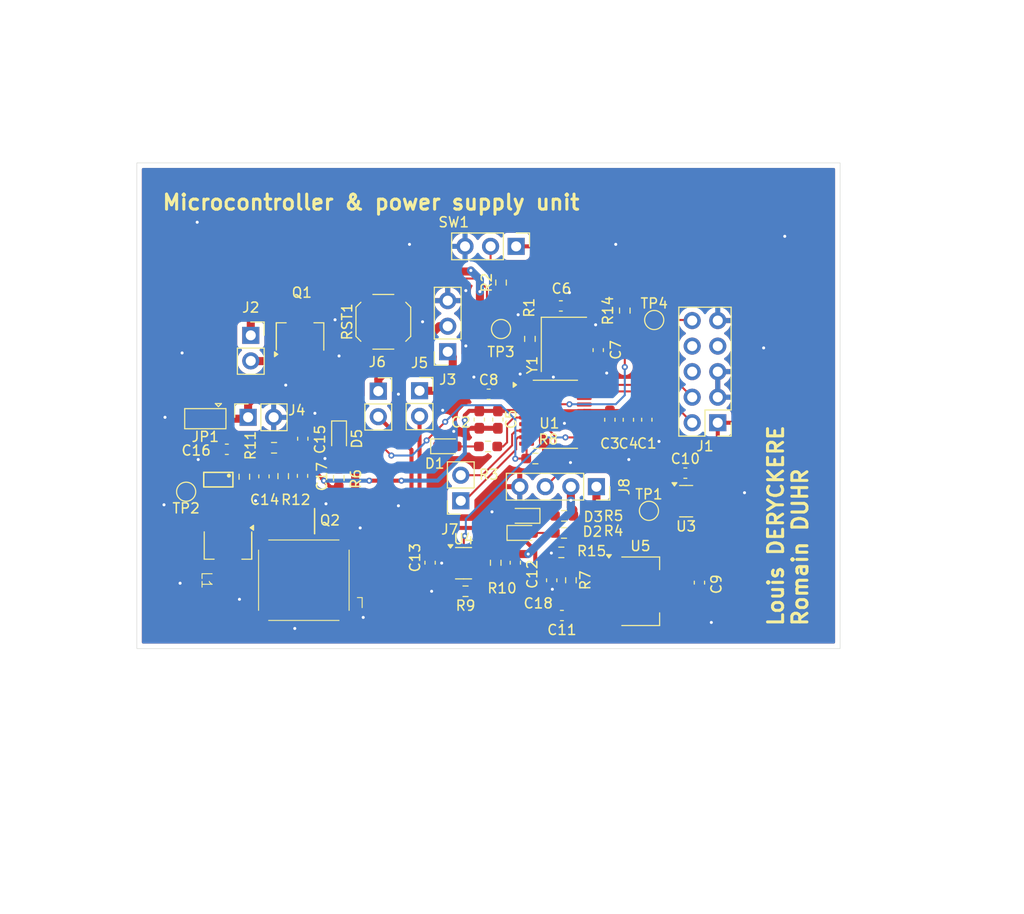
<source format=kicad_pcb>
(kicad_pcb (version 20221018) (generator pcbnew)
  (layers (0 "F.Cu" signal) (31 "B.Cu" signal) (34 "B.Paste" user) (35 "F.Paste" user) (36 "B.SilkS" user "B.Silkscreen") (37 "F.SilkS" user "F.Silkscreen") (38 "B.Mask" user) (39 "F.Mask" user) (44 "Edge.Cuts" user))
  (net 0 "")
  (net 1 "+3.3V")
  (net 2 "GND")
  (net 3 "Net-(C6-Pad1)")
  (net 4 "Net-(U1-PF1)")
  (net 5 "RST")
  (net 6 "+8V")
  (net 7 "Ap15")
  (net 8 "-8V")
  (net 9 "Ap-15")
  (net 10 "Net-(D4-K)")
  (net 11 "Net-(XC9103-FB)")
  (net 12 "+1V8")
  (net 13 "Net-(U5-ADJ)")
  (net 14 "Net-(D1-A)")
  (net 15 "Net-(D2-A)")
  (net 16 "Net-(D3-K)")
  (net 17 "Net-(D4-A)")
  (net 18 "Net-(D5-A)")
  (net 19 "SWDIO{slash}TMS")
  (net 20 "SWCLK{slash}TCLK")
  (net 24 "+15V")
  (net 25 "Net-(J2-Pin_2)")
  (net 26 "-15V")
  (net 27 "RX")
  (net 28 "TX")
  (net 29 "DEMOD")
  (net 30 "Net-(JP1-C)")
  (net 31 "Net-(Q1-G)")
  (net 32 "Net-(Q2-G)")
  (net 33 "Net-(U1-PF0)")
  (net 34 "/BOOT")
  (net 35 "Net-(SW1A-B)")
  (net 36 "LED")
  (net 37 "Net-(U4-BP)")
  (net 38 "TEMP")
  (net 39 "CE-8")
  (footprint "Resistor_SMD:R_0603_1608Metric_Pad0.98x0.95mm_HandSolder" (layer "F.Cu") (at 89.472 84.838022 90)
    (fp_text reference "R6")
    (fp_text value "1k")
  )
  (footprint "Capacitor_SMD:C_0603_1608Metric_Pad1.08x0.95mm_HandSolder" (layer "F.Cu") (at 116.416884 79.041688 -90)
    (fp_text reference "C3")
    (fp_text value "100nF")
  )
  (footprint "Resistor_SMD:R_0603_1608Metric_Pad0.98x0.95mm_HandSolder" (layer "F.Cu") (at 111.591965 92.232905)
    (fp_text reference "R15")
    (fp_text value "1.1k")
  )
  (footprint "Resistor_SMD:R_0603_1608Metric_Pad0.98x0.95mm_HandSolder" (layer "F.Cu") (at 111.8675 88.6 180)
    (fp_text reference "R5")
    (fp_text value "2.4k")
  )
  (footprint "footprints:8.1_mm_x_7.3_mm_x_5.3_mm_Inductance" (layer "F.Cu") (at 86.5 95 -90)
    (fp_text reference "L1")
    (fp_text value "10uH")
  )
  (footprint "Diode_SMD:D_0603_1608Metric_Pad1.05x0.95mm_HandSolder" (layer "F.Cu") (at 107.805 88.6 180)
    (fp_text reference "D3")
    (fp_text value "LED")
  )
  (footprint "Package_TO_SOT_SMD:SOT-23-5" (layer "F.Cu") (at 101.873168 93.31)
    (fp_text reference "U4")
    (fp_text value "MIC5271")
  )
  (footprint "Capacitor_SMD:C_0603_1608Metric_Pad1.08x0.95mm_HandSolder" (layer "F.Cu") (at 82.035317 84.673019 90)
    (fp_text reference "C14")
    (fp_text value "47pF")
  )
  (footprint "Connector_PinSocket_2.54mm:PinSocket_1x03_P2.54mm_Vertical" (layer "F.Cu") (at 100.3 72.28 180)
    (fp_text reference "J3")
    (fp_text value "Conn_15_-15")
  )
  (footprint "Crystal:Crystal_SMD_3225-4Pin_3.2x2.5mm_HandSoldering" (layer "F.Cu") (at 111.85 71.55 -90)
    (fp_text reference "Y1")
    (fp_text value "Crystal")
  )
  (footprint "Package_TO_SOT_SMD:SOT-223-3_TabPin2" (layer "F.Cu") (at 119.45 96.1)
    (fp_text reference "U5")
    (fp_text value "LM1117")
  )
  (footprint "Connector_PinHeader_2.54mm:PinHeader_1x03_P2.54mm_Vertical" (layer "F.Cu") (at 107.1 61.8 -90)
    (fp_text reference "SW1")
    (fp_text value "SW_DPDT_x2")
  )
  (footprint "Jumper:SolderJumper-3_P1.3mm_Bridged12_Pad1.0x1.5mm" (layer "F.Cu") (at 76.207735 78.937507 180)
    (fp_text reference "JP1")
    (fp_text value "SolderJumper")
  )
  (footprint "Resistor_SMD:R_0603_1608Metric_Pad0.98x0.95mm_HandSolder" (layer "F.Cu") (at 102.070668 96.1 180)
    (fp_text reference "R9")
    (fp_text value "1k")
  )
  (footprint "Resistor_SMD:R_0603_1608Metric_Pad0.98x0.95mm_HandSolder" (layer "F.Cu") (at 105.6 65.4 90)
    (fp_text reference "R2")
    (fp_text value "10k")
  )
  (footprint "Resistor_SMD:R_0603_1608Metric_Pad0.98x0.95mm_HandSolder" (layer "F.Cu") (at 83.949999 84.650006 -90)
    (fp_text reference "R12")
    (fp_text value "0.1")
  )
  (footprint "Capacitor_SMD:C_0603_1608Metric_Pad1.08x0.95mm_HandSolder" (layer "F.Cu") (at 123.918815 84.352189)
    (fp_text reference "C10")
    (fp_text value "100nF")
  )
  (footprint "Diode_SMD:D_0603_1608Metric_Pad1.05x0.95mm_HandSolder" (layer "F.Cu") (at 89.5 80.825 -90)
    (fp_text reference "D5")
    (fp_text value "LED")
  )
  (footprint "Capacitor_SMD:C_0603_1608Metric_Pad1.08x0.95mm_HandSolder" (layer "F.Cu") (at 103.440679 79.024318 -90)
    (fp_text reference "C2")
    (fp_text value "1uF")
  )
  (footprint "Capacitor_SMD:C_0603_1608Metric_Pad1.08x0.95mm_HandSolder" (layer "F.Cu") (at 120.088326 79.039152 -90)
    (fp_text reference "C1")
    (fp_text value "100nF")
  )
  (footprint "Resistor_SMD:R_0603_1608Metric_Pad0.98x0.95mm_HandSolder" (layer "F.Cu") (at 109.0125 82.9)
    (fp_text reference "R8")
    (fp_text value "10k")
  )
  (footprint "Capacitor_SMD:C_0603_1608Metric_Pad1.08x0.95mm_HandSolder" (layer "F.Cu") (at 105.285394 79.027792 -90)
    (fp_text reference "C5")
    (fp_text value "10nF")
  )
  (footprint "Resistor_SMD:R_0603_1608Metric_Pad0.98x0.95mm_HandSolder" (layer "F.Cu") (at 80.084822 84.710717 -90)
    (fp_text reference "R11")
    (fp_text value "47k")
  )
  (footprint "Capacitor_SMD:C_0603_1608Metric_Pad1.08x0.95mm_HandSolder" (layer "F.Cu") (at 85.86905 84.624405 -90)
    (fp_text reference "C17")
    (fp_text value "10uF")
  )
  (footprint "Capacitor_SMD:C_0603_1608Metric_Pad1.08x0.95mm_HandSolder" (layer "F.Cu") (at 107.020039 93.260478 -90)
    (fp_text reference "C12")
    (fp_text value "10uF")
  )
  (footprint "Capacitor_SMD:C_0603_1608Metric_Pad1.08x0.95mm_HandSolder" (layer "F.Cu") (at 125.319312 95.240477 90)
    (fp_text reference "C9")
    (fp_text value "10uF")
  )
  (footprint "footprints:SOT25" (layer "F.Cu") (at 77.5 85 180)
    (fp_text reference "XC9103" hide)
    (fp_text value "~" hide)
  )
  (footprint "Capacitor_SMD:C_0603_1608Metric_Pad1.08x0.95mm_HandSolder" (layer "F.Cu") (at 98.548493 93.258465 -90)
    (fp_text reference "C13")
    (fp_text value "1uF")
  )
  (footprint "Capacitor_SMD:C_0603_1608Metric_Pad1.08x0.95mm_HandSolder" (layer "F.Cu") (at 110.635215 95.004464 -90)
    (fp_text reference "C18")
    (fp_text value "10uF")
  )
  (footprint "Resistor_SMD:R_0603_1608Metric_Pad0.98x0.95mm_HandSolder" (layer "F.Cu") (at 83.038734 81.830863 180)
    (fp_text reference "R13" hide)
    (fp_text value "120k")
  )
  (footprint "Connector_PinSocket_2.54mm:PinSocket_1x02_P2.54mm_Vertical" (layer "F.Cu") (at 97.5 76.16)
    (fp_text reference "J5")
    (fp_text value "Probe_15")
  )
  (footprint "Resistor_SMD:R_0603_1608Metric_Pad0.98x0.95mm_HandSolder" (layer "F.Cu") (at 117.9 68.1875 -90)
    (fp_text reference "R14")
    (fp_text value "10k")
  )
  (footprint "TestPoint:TestPoint_Pad_D1.5mm" (layer "F.Cu") (at 120.822492 69.122006)
    (fp_text reference "TP4")
    (fp_text value "TestPoint")
  )
  (footprint "TestPoint:TestPoint_Pad_D1.5mm" (layer "F.Cu") (at 120.3 88.1)
    (fp_text reference "TP1")
    (fp_text value "TestPoint")
  )
  (footprint "Package_TO_SOT_SMD:SOT-89-3_Handsoldering" (layer "F.Cu") (at 78.459725 91.549306 -90)
    (fp_text reference "Q2")
    (fp_text value "NMOS")
  )
  (footprint "Package_TO_SOT_SMD:SOT-89-3_Handsoldering" (layer "F.Cu") (at 85.62257 70.760303 90)
    (fp_text reference "Q1")
    (fp_text value "NMOS")
  )
  (footprint "Capacitor_SMD:C_0603_1608Metric_Pad1.08x0.95mm_HandSolder" (layer "F.Cu") (at 111.542918 67.72512)
    (fp_text reference "C6")
    (fp_text value "10pF")
  )
  (footprint "Connector_PinSocket_2.54mm:PinSocket_1x02_P2.54mm_Vertical" (layer "F.Cu") (at 93.4 76.2)
    (fp_text reference "J6")
    (fp_text value "Probe_-15")
  )
  (footprint "Connector_PinSocket_2.54mm:PinSocket_1x02_P2.54mm_Vertical" (layer "F.Cu") (at 80.725 70.65)
    (fp_text reference "J2")
    (fp_text value "Résistance chauffante")
  )
  (footprint "Connector_PinHeader_2.54mm:PinHeader_2x05_P2.54mm_Vertical" (layer "F.Cu") (at 127.14 79.34 180)
    (fp_text reference "J1")
    (fp_text value "Conn_ARM_JTAG_SWD_10")
  )
  (footprint "TestPoint:TestPoint_Pad_D1.5mm" (layer "F.Cu") (at 105.6 70.019405 180)
    (fp_text reference "TP3")
    (fp_text value "TestPoint")
  )
  (footprint "Diode_SMD:D_0603_1608Metric_Pad1.05x0.95mm_HandSolder" (layer "F.Cu") (at 100.266275 81.683729)
    (fp_text reference "D1")
    (fp_text value "LED")
  )
  (footprint "Capacitor_SMD:C_0603_1608Metric_Pad1.08x0.95mm_HandSolder" (layer "F.Cu") (at 78.345232 81.979763)
    (fp_text reference "C16")
    (fp_text value "10uF")
  )
  (footprint "Diode_SMD:D_0603_1608Metric_Pad1.05x0.95mm_HandSolder" (layer "F.Cu") (at 107.855 90.3)
    (fp_text reference "D2")
    (fp_text value "LED")
  )
  (footprint "Capacitor_SMD:C_0603_1608Metric_Pad1.08x0.95mm_HandSolder" (layer "F.Cu") (at 104.369443 76.507539)
    (fp_text reference "C8")
    (fp_text value "0.1µF")
  )
  (footprint "Resistor_SMD:R_0603_1608Metric_Pad0.98x0.95mm_HandSolder" (layer "F.Cu") (at 111.855 90.3 180)
    (fp_text reference "R4")
    (fp_text value "2.4k")
  )
  (footprint "Resistor_SMD:R_0603_1608Metric_Pad0.98x0.95mm_HandSolder" (layer "F.Cu") (at 105.070668 93.267075 -90)
    (fp_text reference "R10")
    (fp_text value "5.6k")
  )
  (footprint "Capacitor_SMD:C_0603_1608Metric_Pad1.08x0.95mm_HandSolder" (layer "F.Cu") (at 85.893826 80.930246 90)
    (fp_text reference "C15")
    (fp_text value "10uF")
  )
  (footprint "Capacitor_SMD:C_0603_1608Metric_Pad1.08x0.95mm_HandSolder" (layer "F.Cu") (at 115.260699 72.116993 90)
    (fp_text reference "C7")
    (fp_text value "10pF")
  )
  (footprint "TestPoint:TestPoint_Pad_D1.5mm" (layer "F.Cu") (at 74.3 86.2 180)
    (fp_text reference "TP2")
    (fp_text value "TestPoint")
  )
  (footprint "Resistor_SMD:R_0603_1608Metric_Pad0.98x0.95mm_HandSolder" (layer "F.Cu") (at 104.3125 81.7 180)
    (fp_text reference "R3")
    (fp_text value "1k")
  )
  (footprint "Resistor_SMD:R_0603_1608Metric_Pad0.98x0.95mm_HandSolder" (layer "F.Cu") (at 108.469612 71.001392 -90)
    (fp_text reference "R1")
    (fp_text value "390R")
  )
  (footprint "Capacitor_SMD:C_0603_1608Metric_Pad1.08x0.95mm_HandSolder" (layer "F.Cu") (at 118.257424 79.046637 -90)
    (fp_text reference "C4")
    (fp_text value "4.7uF")
  )
  (footprint "Connector_PinSocket_2.54mm:PinSocket_1x02_P2.54mm_Vertical" (layer "F.Cu") (at 101.6 87.1 180)
    (fp_text reference "J7")
    (fp_text value "RX_TX")
  )
  (footprint "Package_SO:TSSOP-20_4.4x6.5mm_P0.65mm" (layer "F.Cu") (at 111 78.5)
    (fp_text reference "U1")
    (fp_text value "STM32F030F4Px")
  )
  (footprint "Package_TO_SOT_SMD:SOT-23" (layer "F.Cu") (at 123.996981 87.141142)
    (fp_text reference "U3")
    (fp_text value "MCP9700Ax-ETT")
  )
  (footprint "Resistor_SMD:R_0603_1608Metric_Pad0.98x0.95mm_HandSolder" (layer "F.Cu") (at 112.542752 95.004464 -90)
    (fp_text reference "R7")
    (fp_text value "200")
  )
  (footprint "Button_Switch_SMD:SW_SPST_SKQG_WithStem" (layer "F.Cu") (at 93.9 69.3 90)
    (fp_text reference "RST1")
    (fp_text value "SW_Push")
  )
  (footprint "Connector_PinSocket_2.54mm:PinSocket_1x02_P2.54mm_Vertical" (layer "F.Cu") (at 80.46 78.8 90)
    (fp_text reference "J4")
    (fp_text value "Conn_1.8")
  )
  (footprint "Capacitor_SMD:C_0603_1608Metric_Pad1.08x0.95mm_HandSolder" (layer "F.Cu") (at 111.648513 98.512792 180)
    (fp_text reference "C11")
    (fp_text value "10uF")
  )
  (footprint "footprints:DO-214AC" (layer "F.Cu") (at 84.317902 89.128241 180)
    (fp_text reference "D4" hide)
    (fp_text value "D_Schottky" hide)
  )
  (footprint "Connector_PinSocket_2.54mm:PinSocket_1x04_P2.54mm_Vertical" (layer "F.Cu") (at 115.08 85.7 -90)
    (fp_text reference "J8")
    (fp_text value "RF")
  )
  (gr_rect (start 69.4 53.5) (end 139.3 101.8) (stroke (width 0.05)) (fill none) (layer "Edge.Cuts"))
  (gr_text "Louis DERYCKERE\nRomain DUHR\n" (at 136.2 99.7 90) (layer "F.SilkS") (effects (font (size 1.5 1.5) (thickness 0.3) bold) (justify left bottom)))
  (gr_text "Microcontroller & power supply unit" (at 71.8 58.3) (layer "F.SilkS") (effects (font (size 1.5 1.5) (thickness 0.3) bold) (justify left bottom)))
  (segment (start 88.650522 85.750522) (end 89.472 85.750522) (width 0.4) (layer "F.Cu") (net 1))
  (segment (start 85.893826 81.792746) (end 83.989351 81.792746) (width 0.4) (layer "F.Cu") (net 1))
  (segment (start 120.080841 78.184137) (end 120.088326 78.176652) (width 0.4) (layer "F.Cu") (net 1))
  (segment (start 127.14 79.34) (end 127.14 81.86) (width 0.4) (layer "F.Cu") (net 1))
  (segment (start 129.9 68.3) (end 129.9 78.4) (width 0.4) (layer "F.Cu") (net 1))
  (segment (start 113.8625 78.175) (end 116.412696 78.175) (width 0.4) (layer "F.Cu") (net 1))
  (segment (start 120.088326 78.176652) (end 120.876652 78.176652) (width 0.4) (layer "F.Cu") (net 1))
  (segment (start 115.075 67.275) (end 109.6 61.8) (width 0.4) (layer "F.Cu") (net 1))
  (segment (start 123.056315 83.143685) (end 123.056315 84.352189) (width 0.4) (layer "F.Cu") (net 1))
  (segment (start 120.876652 78.176652) (end 122.5 79.8) (width 0.4) (layer "F.Cu") (net 1))
  (segment (start 83.989351 81.792746) (end 83.951234 81.830863) (width 0.4) (layer "F.Cu") (net 1))
  (segment (start 126.5 82.5) (end 123.7 82.5) (width 0.4) (layer "F.Cu") (net 1))
  (segment (start 118.257424 78.184137) (end 120.080841 78.184137) (width 0.4) (layer "F.Cu") (net 1))
  (segment (start 105.295102 78.175) (end 105.285394 78.165292) (width 0.4) (layer "F.Cu") (net 1))
  (segment (start 128.96 79.34) (end 127.14 79.34) (width 0.4) (layer "F.Cu") (net 1))
  (segment (start 117.9 67.275) (end 115.1 67.275) (width 0.4) (layer "F.Cu") (net 1))
  (segment (start 108.1375 78.175) (end 105.295102 78.175) (width 0.4) (layer "F.Cu") (net 1))
  (segment (start 103.444153 78.165292) (end 103.440679 78.161818) (width 0.4) (layer "F.Cu") (net 1))
  (segment (start 128.9 67.3) (end 129.9 68.3) (width 0.4) (layer "F.Cu") (net 1))
  (segment (start 113.8375 78.2) (end 108.1625 78.2) (width 0.4) (layer "F.Cu") (net 1))
  (segment (start 88 85.1) (end 88.650522 85.750522) (width 0.4) (layer "F.Cu") (net 1))
  (segment (start 85.86905 83.761905) (end 86.661905 83.761905) (width 0.4) (layer "F.Cu") (net 1))
  (segment (start 117.925 67.3) (end 128.9 67.3) (width 0.4) (layer "F.Cu") (net 1))
  (segment (start 122.5 79.8) (end 122.5 81.3) (width 0.4) (layer "F.Cu") (net 1))
  (segment (start 116.412696 78.175) (end 116.416884 78.179188) (width 0.4) (layer "F.Cu") (net 1))
  (segment (start 102 78.6) (end 102.438182 78.161818) (width 0.4) (layer "F.Cu") (net 1))
  (segment (start 109.6 61.8) (end 107.1 61.8) (width 0.4) (layer "F.Cu") (net 1))
  (segment (start 102 79.1) (end 102 78.6) (width 0.4) (layer "F.Cu") (net 1))
  (segment (start 123.056315 84.352189) (end 123.056315 86.187976) (width 0.4) (layer "F.Cu") (net 1))
  (segment (start 123.056315 86.187976) (end 123.059481 86.191142) (width 0.4) (layer "F.Cu") (net 1))
  (segment (start 108.1625 78.2) (end 108.1375 78.175) (width 0.4) (layer "F.Cu") (net 1))
  (segment (start 115.1 67.275) (end 115.075 67.275) (width 0.4) (layer "F.Cu") (net 1))
  (segment (start 95.7 85.1) (end 92.5 85.1) (width 0.4) (layer "F.Cu") (net 1))
  (segment (start 105.285394 78.165292) (end 103.444153 78.165292) (width 0.4) (layer "F.Cu") (net 1))
  (segment (start 123.7 82.5) (end 123.056315 83.143685) (width 0.4) (layer "F.Cu") (net 1))
  (segment (start 102.438182 78.161818) (end 103.440679 78.161818) (width 0.4) (layer "F.Cu") (net 1))
  (segment (start 85.844651 83.737506) (end 85.86905 83.761905) (width 0.4) (layer "F.Cu") (net 1))
  (segment (start 86.661905 83.761905) (end 88.650522 85.750522) (width 0.4) (layer "F.Cu") (net 1))
  (segment (start 83.949999 83.737506) (end 85.844651 83.737506) (width 0.4) (layer "F.Cu") (net 1))
  (segment (start 113.8625 78.175) (end 113.8375 78.2) (width 0.4) (layer "F.Cu") (net 1))
  (segment (start 117.9 67.275) (end 117.925 67.3) (width 0.4) (layer "F.Cu") (net 1))
  (segment (start 83.949999 81.832098) (end 83.951234 81.830863) (width 0.4) (layer "F.Cu") (net 1))
  (segment (start 118.252475 78.179188) (end 118.257424 78.184137) (width 0.4) (layer "F.Cu") (net 1))
  (segment (start 122.5 81.3) (end 123.7 82.5) (width 0.4) (layer "F.Cu") (net 1))
  (segment (start 129.9 78.4) (end 128.96 79.34) (width 0.4) (layer "F.Cu") (net 1))
  (segment (start 116.416884 78.179188) (end 118.252475 78.179188) (width 0.4) (layer "F.Cu") (net 1))
  (segment (start 83.949999 83.737506) (end 83.949999 81.832098) (width 0.4) (layer "F.Cu") (net 1))
  (segment (start 127.14 81.86) (end 126.5 82.5) (width 0.4) (layer "F.Cu") (net 1))
  (via (at 92.5 85.1) (size 0.6) (drill 0.3) (layers "F.Cu" "B.Cu") (net 1))
  (via (at 88 85.1) (size 0.6) (drill 0.3) (layers "F.Cu" "B.Cu") (net 1))
  (via (at 102 79.1) (size 0.6) (drill 0.3) (layers "F.Cu" "B.Cu") (net 1))
  (via (at 95.7 85.1) (size 0.6) (drill 0.3) (layers "F.Cu" "B.Cu") (net 1))
  (segment (start 92.5 85.1) (end 88 85.1) (width 0.4) (layer "B.Cu") (net 1))
  (segment (start 102 82.392233) (end 99.3 85.092233) (width 0.4) (layer "B.Cu") (net 1))
  (segment (start 102 79.1) (end 102 82.392233) (width 0.4) (layer "B.Cu") (net 1))
  (segment (start 99.3 85.092233) (end 95.707767 85.092233) (width 0.4) (layer "B.Cu") (net 1))
  (segment (start 95.707767 85.092233) (end 95.7 85.1) (width 0.4) (layer "B.Cu") (net 1))
  (segment (start 112.475 78.825) (end 113.8625 78.825) (width 0.2) (layer "F.Cu") (net 2))
  (segment (start 111.9 79.4) (end 112.475 78.825) (width 0.2) (layer "F.Cu") (net 2))
  (via (at 115 69.6) (size 0.6) (drill 0.3) (layers "F.Cu" "B.Cu") (net 2))
  (via (at 72.1 87.5) (size 0.6) (drill 0.3) (layers "F.Cu" "B.Cu") (net 2))
  (via (at 81.2 87.1) (size 0.6) (drill 0.3) (layers "F.Cu" "B.Cu") (net 2))
  (via (at 88.2 87.4) (size 0.6) (drill 0.3) (layers "F.Cu" "B.Cu") (net 2))
  (via (at 107.3 68.6) (size 0.6) (drill 0.3) (layers "F.Cu" "B.Cu") (net 2))
  (via (at 112.4 66.4) (size 0.6) (drill 0.3) (layers "F.Cu" "B.Cu") (net 2))
  (via (at 99.8 78.1) (size 0.6) (drill 0.3) (layers "F.Cu" "B.Cu") (net 2))
  (via (at 88.1 82.9) (size 0.6) (drill 0.3) (layers "F.Cu" "B.Cu") (net 2))
  (via (at 85.1 99.8) (size 0.6) (drill 0.3) (layers "F.Cu" "B.Cu") (net 2))
  (via (at 102.1 66.2) (size 0.6) (drill 0.3) (layers "F.Cu" "B.Cu") (net 2))
  (via (at 102.1 71.7) (size 0.6) (drill 0.3) (layers "F.Cu" "B.Cu") (net 2))
  (via (at 102.9 74.8) (size 0.6) (drill 0.3) (layers "F.Cu" "B.Cu") (net 2))
  (via (at 117 61.6) (size 0.6) (drill 0.3) (layers "F.Cu" "B.Cu") (net 2))
  (via (at 131.7 71.9) (size 0.6) (drill 0.3) (layers "F.Cu" "B.Cu") (net 2))
  (via (at 133.8 60.8) (size 0.6) (drill 0.3) (layers "F.Cu" "B.Cu") (net 2))
  (via (at 118.3 83) (size 0.6) (drill 0.3) (layers "F.Cu" "B.Cu") (net 2))
  (via (at 75.4 59.4) (size 0.6) (drill 0.3) (layers "F.Cu" "B.Cu") (net 2))
  (via (at 89.1 69.1) (size 0.6) (drill 0.3) (layers "F.Cu" "B.Cu") (net 2))
  (via (at 95.4 87.6) (size 0.6) (drill 0.3) (layers "F.Cu" "B.Cu") (net 2))
  (via (at 110.7 95.9) (size 0.6) (drill 0.3) (layers "F.Cu" "B.Cu") (net 2))
  (via (at 112.5 83.3) (size 0.6) (drill 0.3) (layers "F.Cu" "B.Cu") (net 2))
  (via (at 99.7 93.3) (size 0.6) (drill 0.3) (layers "F.Cu" "B.Cu") (net 2))
  (via (at 91.6 89.8) (size 0.6) (drill 0.3) (layers "F.Cu" "B.Cu") (net 2))
  (via (at 129.8 86.3) (size 0.6) (drill 0.3) (layers "F.Cu" "B.Cu") (net 2))
  (via (at 87.1 78.4) (size 0.6) (drill 0.3) (layers "F.Cu" "B.Cu") (net 2))
  (via (at 72.2 78.8) (size 0.6) (drill 0.3) (layers "F.Cu" "B.Cu") (net 2))
  (via (at 98.7 96.1) (size 0.6) (drill 0.3) (layers "F.Cu" "B.Cu") (net 2))
  (via (at 96.5 61.6) (size 0.6) (drill 0.3) (layers "F.Cu" "B.Cu") (net 2))
  (via (at 97.8 69.3) (size 0.6) (drill 0.3) (layers "F.Cu" "B.Cu") (net 2))
  (via (at 79.6 96.9) (size 0.6) (drill 0.3) (layers "F.Cu" "B.Cu") (net 2))
  (via (at 91.9 98.7) (size 0.6) (drill 0.3) (layers "F.Cu" "B.Cu") (net 2))
  (via (at 121.3 81.2) (size 0.6) (drill 0.3) (layers "F.Cu" "B.Cu") (net 2))
  (via (at 75.5 83) (size 0.6) (drill 0.3) (layers "F.Cu" "B.Cu") (net 2))
  (via (at 107.5 74.5) (size 0.6) (drill 0.3) (layers "F.Cu" "B.Cu") (net 2))
  (via (at 95.4 76.5) (size 0.6) (drill 0.3) (layers "F.Cu" "B.Cu") (net 2))
  (via (at 73.9 72.4) (size 0.6) (drill 0.3) (layers "F.Cu" "B.Cu") (net 2))
  (via (at 104.7 88.2) (size 0.6) (drill 0.3) (layers "F.Cu" "B.Cu") (net 2))
  (via (at 126.5 99.2) (size 0.6) (drill 0.3) (layers "F.Cu" "B.Cu") (net 2))
  (via (at 111.9 79.4) (size 0.6) (drill 0.3) (layers "F.Cu" "B.Cu") (net 2))
  (via (at 100.9 80.2) (size 0.6) (drill 0.3) (layers "F.Cu" "B.Cu") (net 2))
  (via (at 84.2 75.6) (size 0.6) (drill 0.3) (layers "F.Cu" "B.Cu") (net 2))
  (via (at 89.5 72.7) (size 0.6) (drill 0.3) (layers "F.Cu" "B.Cu") (net 2))
  (via (at 110.6 92.3) (size 0.6) (drill 0.3) (layers "F.Cu" "B.Cu") (net 2))
  (via (at 73.7 95.3) (size 0.6) (drill 0.3) (layers "F.Cu" "B.Cu") (net 2))
  (via (at 116.1 74.4) (size 0.6) (drill 0.3) (layers "F.Cu" "B.Cu") (net 2))
  (via (at 110.8 74.8) (size 0.6) (drill 0.3) (layers "F.Cu" "B.Cu") (net 2))
  (segment (start 110.680418 70.080418) (end 110.7 70.1) (width 0.2) (layer "F.Cu") (net 3))
  (segment (start 110.680418 67.72512) (end 110.680418 70.080418) (width 0.2) (layer "F.Cu") (net 3))
  (segment (start 110.688892 70.088892) (end 110.7 70.1) (width 0.2) (layer "F.Cu") (net 3))
  (segment (start 108.469612 70.088892) (end 110.688892 70.088892) (width 0.2) (layer "F.Cu") (net 3))
  (segment (start 113 73) (end 115.240192 73) (width 0.2) (layer "F.Cu") (net 4))
  (segment (start 113 74.2) (end 110.325 76.875) (width 0.2) (layer "F.Cu") (net 4))
  (segment (start 115.240192 73) (end 115.260699 72.979493) (width 0.2) (layer "F.Cu") (net 4))
  (segment (start 110.325 76.875) (end 108.1375 76.875) (width 0.2) (layer "F.Cu") (net 4))
  (segment (start 113 73) (end 113 74.2) (width 0.2) (layer "F.Cu") (net 4))
  (segment (start 105.231943 76.507539) (end 105.231943 74.931943) (width 0.2) (layer "F.Cu") (net 5))
  (segment (start 95.75 66.2) (end 95.75 72.4) (width 0.2) (layer "F.Cu") (net 5))
  (segment (start 103.2 65) (end 96.95 65) (width 0.2) (layer "F.Cu") (net 5))
  (segment (start 112.4 77.5) (end 108.1625 77.5) (width 0.2) (layer "F.Cu") (net 5))
  (segment (start 120.609815 69.1) (end 120.622492 69.112677) (width 0.2) (layer "F.Cu") (net 5))
  (segment (start 104.2 73.9) (end 104.2 66) (width 0.2) (layer "F.Cu") (net 5))
  (segment (start 124.542006 69.122006) (end 124.6 69.18) (width 0.2) (layer "F.Cu") (net 5))
  (segment (start 108.1625 77.5) (end 108.1375 77.525) (width 0.2) (layer "F.Cu") (net 5))
  (segment (start 104.2 66) (end 103.2 65) (width 0.2) (layer "F.Cu") (net 5))
  (segment (start 106.007539 76.507539) (end 107.025 77.525) (width 0.2) (layer "F.Cu") (net 5))
  (segment (start 105.231943 76.507539) (end 106.007539 76.507539) (width 0.2) (layer "F.Cu") (net 5))
  (segment (start 107.025 77.525) (end 108.1375 77.525) (width 0.2) (layer "F.Cu") (net 5))
  (segment (start 120.822492 69.122006) (end 124.542006 69.122006) (width 0.2) (layer "F.Cu") (net 5))
  (segment (start 105.231943 74.931943) (end 104.2 73.9) (width 0.2) (layer "F.Cu") (net 5))
  (segment (start 96.95 65) (end 95.75 66.2) (width 0.2) (layer "F.Cu") (net 5))
  (segment (start 117.9 69.1) (end 117.9 73.8) (width 0.2) (layer "F.Cu") (net 5))
  (segment (start 117.9 69.1) (end 120.609815 69.1) (width 0.2) (layer "F.Cu") (net 5))
  (via (at 112.4 77.5) (size 0.6) (drill 0.3) (layers "F.Cu" "B.Cu") (net 5))
  (via (at 117.9 73.8) (size 0.6) (drill 0.3) (layers "F.Cu" "B.Cu") (net 5))
  (segment (start 117 77.5) (end 112.4 77.5) (width 0.2) (layer "B.Cu") (net 5))
  (segment (start 117.9 73.8) (end 117.9 76.6) (width 0.2) (layer "B.Cu") (net 5))
  (segment (start 117.9 76.6) (end 117 77.5) (width 0.2) (layer "B.Cu") (net 5))
  (segment (start 119.3 93.2) (end 119.3 95.1) (width 0.8) (layer "F.Cu") (net 6))
  (segment (start 118.3 96.1) (end 119.3 95.1) (width 0.8) (layer "F.Cu") (net 6))
  (segment (start 113.8 90.3) (end 115.1 89) (width 0.8) (layer "F.Cu") (net 6))
  (segment (start 115.08 88.98) (end 115.08 85.7) (width 0.8) (layer "F.Cu") (net 6))
  (segment (start 119.3 95.1) (end 120.3 96.1) (width 0.8) (layer "F.Cu") (net 6))
  (segment (start 123.800263 96.1) (end 122.6 96.1) (width 0.8) (layer "F.Cu") (net 6))
  (segment (start 120.3 96.1) (end 122.6 96.1) (width 0.8) (layer "F.Cu") (net 6))
  (segment (start 115.1 89) (end 119.3 93.2) (width 0.8) (layer "F.Cu") (net 6))
  (segment (start 116.3 96.1) (end 114.5 96.1) (width 0.8) (layer "F.Cu") (net 6))
  (segment (start 114.316964 95.916964) (end 112.542752 95.916964) (width 0.8) (layer "F.Cu") (net 6))
  (segment (start 112.7675 90.3) (end 113.8 90.3) (width 0.8) (layer "F.Cu") (net 6))
  (segment (start 114.5 96.1) (end 114.316964 95.916964) (width 0.8) (layer "F.Cu") (net 6))
  (segment (start 116.3 96.1) (end 118.3 96.1) (width 0.8) (layer "F.Cu") (net 6))
  (segment (start 115.1 89) (end 115.08 88.98) (width 0.8) (layer "F.Cu") (net 6))
  (segment (start 122.6 96.1) (end 125.316335 96.1) (width 0.8) (layer "F.Cu") (net 6))
  (segment (start 116.187208 98.512792) (end 116.3 98.4) (width 0.2) (layer "F.Cu") (net 7))
  (segment (start 97.5 78.7) (end 97.5 87.351472) (width 0.4) (layer "F.Cu") (net 7))
  (segment (start 109.6 97) (end 112 97) (width 0.4) (layer "F.Cu") (net 7))
  (segment (start 108.10637 91.175) (end 109 92.06863) (width 0.4) (layer "F.Cu") (net 7))
  (segment (start 99.948528 89.8) (end 105.046858 89.8) (width 0.4) (layer "F.Cu") (net 7))
  (segment (start 109 92.06863) (end 109 96.4) (width 0.4) (layer "F.Cu") (net 7))
  (segment (start 97.5 87.351472) (end 99.948528 89.8) (width 0.4) (layer "F.Cu") (net 7))
  (segment (start 112.511013 98.512792) (end 116.187208 98.512792) (width 0.2) (layer "F.Cu") (net 7))
  (segment (start 112 97) (end 112.511013 97.511013) (width 0.4) (layer "F.Cu") (net 7))
  (segment (start 106.421858 91.175) (end 108.10637 91.175) (width 0.4) (layer "F.Cu") (net 7))
  (segment (start 112.511013 97.511013) (end 112.511013 98.512792) (width 0.4) (layer "F.Cu") (net 7))
  (segment (start 105.046858 89.8) (end 106.421858 91.175) (width 0.4) (layer "F.Cu") (net 7))
  (segment (start 109 96.4) (end 109.6 97) (width 0.4) (layer "F.Cu") (net 7))
  (segment (start 108.197978 92.397978) (end 108.2 92.4) (width 0.8) (layer "F.Cu") (net 8))
  (segment (start 104.982297 92.354575) (end 106.861723 92.354575) (width 0.8) (layer "F.Cu") (net 8))
  (segment (start 104.976872 92.36) (end 104.982297 92.354575) (width 0.8) (layer "F.Cu") (net 8))
  (segment (start 107.020039 92.397978) (end 108.197978 92.397978) (width 0.8) (layer "F.Cu") (net 8))
  (segment (start 106.861723 92.354575) (end 106.896995 92.389847) (width 0.8) (layer "F.Cu") (net 8))
  (segment (start 112.78 88.6) (end 112.78 87.98) (width 0.8) (layer "F.Cu") (net 8))
  (segment (start 112.78 87.98) (end 112.54 87.74) (width 0.8) (layer "F.Cu") (net 8))
  (segment (start 112.54 87.06) (end 112.54 85.7) (width 0.8) (layer "F.Cu") (net 8))
  (segment (start 103.010668 92.36) (end 104.976872 92.36) (width 0.6) (layer "F.Cu") (net 8))
  (segment (start 112.54 87.74) (end 112.54 87.06) (width 0.8) (layer "F.Cu") (net 8))
  (via (at 112.54 87.06) (size 0.6) (drill 0.3) (layers "F.Cu" "B.Cu") (net 8))
  (via (at 108.3 92.4) (size 0.6) (drill 0.3) (layers "F.Cu" "B.Cu") (net 8))
  (segment (start 112.54 88.16) (end 108.3 92.4) (width 0.8) (layer "B.Cu") (net 8))
  (segment (start 112.54 87.06) (end 112.54 88.16) (width 0.8) (layer "B.Cu") (net 8))
  (segment (start 96.7 87.4) (end 98.548493 89.248493) (width 0.4) (layer "F.Cu") (net 9))
  (segment (start 98.548493 89.248493) (end 98.548493 92.395965) (width 0.4) (layer "F.Cu") (net 9))
  (segment (start 93.4 78.74) (end 96.7 82.04) (width 0.4) (layer "F.Cu") (net 9))
  (segment (start 96.7 82.04) (end 96.7 87.4) (width 0.4) (layer "F.Cu") (net 9))
  (segment (start 100.699703 92.395965) (end 100.735668 92.36) (width 0.2) (layer "F.Cu") (net 9))
  (segment (start 98.548493 92.395965) (end 100.699703 92.395965) (width 0.2) (layer "F.Cu") (net 9))
  (segment (start 86.017902 89.128241) (end 85.356482 89.128241) (width 0.8) (layer "F.Cu") (net 10))
  (segment (start 82.062304 85.562506) (end 82.035317 85.535519) (width 0.8) (layer "F.Cu") (net 10))
  (segment (start 83.949999 87.721758) (end 83.949999 85.562506) (width 0.8) (layer "F.Cu") (net 10))
  (segment (start 85.356482 89.128241) (end 83.949999 87.721758) (width 0.8) (layer "F.Cu") (net 10))
  (segment (start 83.949999 85.562506) (end 82.062304 85.562506) (width 0.8) (layer "F.Cu") (net 10))
  (segment (start 82.035317 83.810519) (end 80.097124 83.810519) (width 0.2) (layer "F.Cu") (net 11))
  (segment (start 80.097124 83.810519) (end 80.084822 83.798217) (width 0.2) (layer "F.Cu") (net 11))
  (segment (start 80.084822 83.798217) (end 78.451783 83.798217) (width 0.2) (layer "F.Cu") (net 11))
  (segment (start 82.035317 83.810519) (end 82.035317 81.92178) (width 0.2) (layer "F.Cu") (net 11))
  (segment (start 82.035317 81.92178) (end 82.126234 81.830863) (width 0.2) (layer "F.Cu") (net 11))
  (segment (start 77.5 83.8) (end 77.5 81.997031) (width 0.5) (layer "F.Cu") (net 12))
  (segment (start 90.2 77) (end 91.1 77.9) (width 0.8) (layer "F.Cu") (net 12))
  (segment (start 80.322493 78.937507) (end 80.46 78.8) (width 0.2) (layer "F.Cu") (net 12))
  (segment (start 91.1 87.2) (end 88.5 89.8) (width 0.8) (layer "F.Cu") (net 12))
  (segment (start 80.9 77) (end 90.2 77) (width 0.8) (layer "F.Cu") (net 12))
  (segment (start 91.1 77.9) (end 91.1 87.2) (width 0.8) (layer "F.Cu") (net 12))
  (segment (start 88.5 89.8) (end 88.5 95) (width 0.8) (layer "F.Cu") (net 12))
  (segment (start 80.46 77.44) (end 80.9 77) (width 0.8) (layer "F.Cu") (net 12))
  (segment (start 80.46 78.8) (end 80.46 77.44) (width 0.8) (layer "F.Cu") (net 12))
  (segment (start 77.482732 81.979763) (end 77.482732 78.96251) (width 0.8) (layer "F.Cu") (net 12))
  (segment (start 77.507735 78.937507) (end 80.322493 78.937507) (width 0.8) (layer "F.Cu") (net 12))
  (segment (start 112.492752 94.141964) (end 112.542752 94.091964) (width 0.2) (layer "F.Cu") (net 13))
  (segment (start 112.504465 94.053677) (end 112.542752 94.091964) (width 0.2) (layer "F.Cu") (net 13))
  (segment (start 114.108036 94.091964) (end 114.4 93.8) (width 0.2) (layer "F.Cu") (net 13))
  (segment (start 110.635215 94.141964) (end 112.492752 94.141964) (width 0.2) (layer "F.Cu") (net 13))
  (segment (start 112.542752 94.091964) (end 114.108036 94.091964) (width 0.2) (layer "F.Cu") (net 13))
  (segment (start 112.504465 92.232905) (end 112.504465 94.053677) (width 0.2) (layer "F.Cu") (net 13))
  (segment (start 114.4 93.8) (end 116.3 93.8) (width 0.2) (layer "F.Cu") (net 13))
  (segment (start 103.4 81.7) (end 101.157546 81.7) (width 0.2) (layer "F.Cu") (net 14))
  (segment (start 101.157546 81.7) (end 101.141275 81.683729) (width 0.2) (layer "F.Cu") (net 14))
  (segment (start 110.9425 90.3) (end 108.73 90.3) (width 0.2) (layer "F.Cu") (net 15))
  (segment (start 110.955 88.6) (end 108.7425 88.6) (width 0.2) (layer "F.Cu") (net 16))
  (segment (start 82.617902 90.117902) (end 82.617902 89.128241) (width 0.8) (layer "F.Cu") (net 17))
  (segment (start 83.5 95) (end 83.5 91) (width 0.8) (layer "F.Cu") (net 17))
  (segment (start 79.98866 89.128241) (end 79.959725 89.099306) (width 0.2) (layer "F.Cu") (net 17))
  (segment (start 82.617902 89.128241) (end 79.98866 89.128241) (width 0.8) (layer "F.Cu") (net 17))
  (segment (start 83.5 91) (end 82.617902 90.117902) (width 0.8) (layer "F.Cu") (net 17))
  (segment (start 89.472 81.728) (end 89.5 81.7) (width 0.2) (layer "F.Cu") (net 18))
  (segment (start 89.472 83.925522) (end 89.472 81.728) (width 0.2) (layer "F.Cu") (net 18))
  (segment (start 124.6 79.34) (end 121.485 76.225) (width 0.2) (layer "F.Cu") (net 19))
  (segment (start 121.485 76.225) (end 113.8625 76.225) (width 0.2) (layer "F.Cu") (net 19))
  (segment (start 124.6 76.8) (end 123.375 75.575) (width 0.2) (layer "F.Cu") (net 20))
  (segment (start 123.375 75.575) (end 113.8625 75.575) (width 0.2) (layer "F.Cu") (net 20))
  (segment (start 103.5 72.4) (end 100.8 75.1) (width 0.8) (layer "F.Cu") (net 24))
  (segment (start 82.5 64.3) (end 80.725 66.075) (width 0.8) (layer "F.Cu") (net 24))
  (segment (start 102.5 64.3) (end 82.5 64.3) (width 0.8) (layer "F.Cu") (net 24))
  (segment (start 103.5 66.3) (end 103.5 72.4) (width 0.8) (layer "F.Cu") (net 24))
  (segment (start 100.8 75.1) (end 100.8 72.78) (width 0.8) (layer "F.Cu") (net 24))
  (segment (start 80.725 66.075) (end 80.725 70.65) (width 0.8) (layer "F.Cu") (net 24))
  (segment (start 99.74 76.16) (end 100.8 75.1) (width 0.8) (layer "F.Cu") (net 24))
  (segment (start 97.5 76.16) (end 99.74 76.16) (width 0.8) (layer "F.Cu") (net 24))
  (segment (start 100.8 72.78) (end 100.3 72.28) (width 0.8) (layer "F.Cu") (net 24))
  (segment (start 102.6 64.2) (end 102.5 64.3) (width 0.8) (layer "F.Cu") (net 24))
  (via (at 102.6 64.2) (size 0.6) (drill 0.3) (layers "F.Cu" "B.Cu") (net 24))
  (via (at 103.5 66.3) (size 0.6) (drill 0.3) (layers "F.Cu" "B.Cu") (net 24))
  (segment (start 103.5 66.3) (end 103.5 65.1) (width 0.8) (layer "B.Cu") (net 24))
  (segment (start 103.5 65.1) (end 102.6 64.2) (width 0.8) (layer "B.Cu") (net 24))
  (segment (start 84.12257 73.210303) (end 80.745303 73.210303) (width 0.8) (layer "F.Cu") (net 25))
  (segment (start 94.2 74.2) (end 93.4 75) (width 0.8) (layer "F.Cu") (net 26))
  (segment (start 97.6 71.6) (end 97.6 73.8) (width 0.8) (layer "F.Cu") (net 26))
  (segment (start 99.46 69.74) (end 97.6 71.6) (width 0.8) (layer "F.Cu") (net 26))
  (segment (start 97.2 74.2) (end 94.2 74.2) (width 0.8) (layer "F.Cu") (net 26))
  (segment (start 97.6 73.8) (end 97.2 74.2) (width 0.8) (layer "F.Cu") (net 26))
  (segment (start 100.3 69.74) (end 99.46 69.74) (width 0.8) (layer "F.Cu") (net 26))
  (segment (start 93.4 75) (end 93.4 76.2) (width 0.8) (layer "F.Cu") (net 26))
  (segment (start 107.1 81.99) (end 107.1 80.9875) (width 0.2) (layer "F.Cu") (net 27))
  (segment (start 101.6 87.1) (end 101.99 87.1) (width 0.2) (layer "F.Cu") (net 27))
  (segment (start 101.99 87.1) (end 107.1 81.99) (width 0.2) (layer "F.Cu") (net 27))
  (segment (start 107.1 80.9875) (end 107.3125 80.775) (width 0.2) (layer "F.Cu") (net 27))
  (segment (start 107.3125 80.775) (end 108.1375 80.775) (width 0.2) (layer "F.Cu") (net 27))
  (segment (start 103.729611 84.56) (end 101.6 84.56) (width 0.2) (layer "F.Cu") (net 28))
  (segment (start 107.075 80.125) (end 106.7 80.5) (width 0.2) (layer "F.Cu") (net 28))
  (segment (start 106.7 80.5) (end 106.7 81.589611) (width 0.2) (layer "F.Cu") (net 28))
  (segment (start 108.1375 80.125) (end 107.075 80.125) (width 0.2) (layer "F.Cu") (net 28))
  (segment (start 106.7 81.589611) (end 103.729611 84.56) (width 0.2) (layer "F.Cu") (net 28))
  (segment (start 111 84.7) (end 111 80.7) (width 0.2) (layer "F.Cu") (net 29))
  (segment (start 111 80.7) (end 109.775 79.475) (width 0.2) (layer "F.Cu") (net 29))
  (segment (start 110 85.7) (end 111 84.7) (width 0.2) (layer "F.Cu") (net 29))
  (segment (start 109.775 79.475) (end 108.1375 79.475) (width 0.2) (layer "F.Cu") (net 29))
  (segment (start 76.207735 82.707735) (end 76.55 83.05) (width 0.2) (layer "F.Cu") (net 30))
  (segment (start 76.207735 78.937507) (end 76.207735 82.707735) (width 0.2) (layer "F.Cu") (net 30))
  (segment (start 76.55 83.05) (end 76.55 83.8) (width 0.2) (layer "F.Cu") (net 30))
  (segment (start 108.1 82.9) (end 107.03853 82.9) (width 0.2) (layer "F.Cu") (net 31))
  (segment (start 91.8 77.551471) (end 89.748529 75.5) (width 0.2) (layer "F.Cu") (net 31))
  (segment (start 108.1375 82.8625) (end 108.1 82.9) (width 0.2) (layer "F.Cu") (net 31))
  (segment (start 108.1375 81.425) (end 108.1375 82.8625) (width 0.2) (layer "F.Cu") (net 31))
  (segment (start 89.748529 75.5) (end 86.4 75.5) (width 0.2) (layer "F.Cu") (net 31))
  (segment (start 91.8 79.7) (end 91.8 77.551471) (width 0.2) (layer "F.Cu") (net 31))
  (segment (start 94.7 82.6) (end 91.8 79.7) (width 0.2) (layer "F.Cu") (net 31))
  (segment (start 107.03853 82.9) (end 107.019265 82.919265) (width 0.2) (layer "F.Cu") (net 31))
  (segment (start 86.4 75.5) (end 85.62257 74.72257) (width 0.2) (layer "F.Cu") (net 31))
  (segment (start 85.62257 74.72257) (end 85.62257 73.122803) (width 0.2) (layer "F.Cu") (net 31))
  (segment (start 100.05 79.25) (end 98.2 81.1) (width 0.2) (layer "F.Cu") (net 31))
  (via (at 107.019265 82.919265) (size 0.6) (drill 0.3) (layers "F.Cu" "B.Cu") (net 31))
  (via (at 94.7 82.6) (size 0.6) (drill 0.3) (layers "F.Cu" "B.Cu") (net 31))
  (via (at 100.05 79.25) (size 0.6) (drill 0.3) (layers "F.Cu" "B.Cu") (net 31))
  (via (at 98.2 81.1) (size 0.6) (drill 0.3) (layers "F.Cu" "B.Cu") (net 31))
  (segment (start 98.2 81.1) (end 98.2 81.15) (width 0.2) (layer "B.Cu") (net 31))
  (segment (start 98.2 81.15) (end 96.751471 82.598529) (width 0.2) (layer "B.Cu") (net 31))
  (segment (start 96.751471 82.598529) (end 96.751471 82.6) (width 0.2) (layer "B.Cu") (net 31))
  (segment (start 100.05 79.25) (end 101.7 77.6) (width 0.2) (layer "B.Cu") (net 31))
  (segment (start 107.019265 79.019265) (end 107.019265 82.919265) (width 0.2) (layer "B.Cu") (net 31))
  (segment (start 101.7 77.6) (end 105.6 77.6) (width 0.2) (layer "B.Cu") (net 31))
  (segment (start 96.751471 82.6) (end 94.7 82.6) (width 0.2) (layer "B.Cu") (net 31))
  (segment (start 105.6 77.6) (end 107.019265 79.019265) (width 0.2) (layer "B.Cu") (net 31))
  (segment (start 74.3 86.2) (end 75.199306 87.099306) (width 0.2) (layer "F.Cu") (net 32))
  (segment (start 78.459725 89.186806) (end 78.459725 86.599306) (width 0.2) (layer "F.Cu") (net 32))
  (segment (start 75.199306 87.099306) (end 78.459725 87.099306) (width 0.2) (layer "F.Cu") (net 32))
  (segment (start 108.469612 73.969612) (end 109.3 74.8) (width 0.2) (layer "F.Cu") (net 33))
  (segment (start 108.469612 71.913892) (end 108.469612 73.969612) (width 0.2) (layer "F.Cu") (net 33))
  (segment (start 109.3 75.9) (end 108.975 76.225) (width 0.2) (layer "F.Cu") (net 33))
  (segment (start 108.975 76.225) (end 108.1375 76.225) (width 0.2) (layer "F.Cu") (net 33))
  (segment (start 109.3 74.8) (end 109.3 75.9) (width 0.2) (layer "F.Cu") (net 33))
  (segment (start 105.6 70.019405) (end 105.6 66.3125) (width 0.2) (layer "F.Cu") (net 34))
  (segment (start 108.1375 75.575) (end 107.400001 75.575) (width 0.2) (layer "F.Cu") (net 34))
  (segment (start 107.400001 75.575) (end 105.6 73.774999) (width 0.2) (layer "F.Cu") (net 34))
  (segment (start 105.6 73.774999) (end 105.6 70.019405) (width 0.2) (layer "F.Cu") (net 34))
  (segment (start 104.56 63.46) (end 104.56 61.8) (width 0.2) (layer "F.Cu") (net 35))
  (segment (start 105.6 64.4875) (end 104.6125 63.5) (width 0.2) (layer "F.Cu") (net 35))
  (segment (start 104.6125 63.5) (end 104.6 63.5) (width 0.2) (layer "F.Cu") (net 35))
  (segment (start 104.6 63.5) (end 104.56 63.46) (width 0.2) (layer "F.Cu") (net 35))
  (segment (start 106.2 79.5) (end 106.2 81.3) (width 0.2) (layer "F.Cu") (net 36))
  (segment (start 106.2 81.3) (end 105.8 81.7) (width 0.2) (layer "F.Cu") (net 36))
  (segment (start 106.875 78.825) (end 106.2 79.5) (width 0.2) (layer "F.Cu") (net 36))
  (segment (start 108.1375 78.825) (end 106.875 78.825) (width 0.2) (layer "F.Cu") (net 36))
  (segment (start 105.8 81.7) (end 105.225 81.7) (width 0.2) (layer "F.Cu") (net 36))
  (segment (start 104.961553 94.26) (end 104.969103 94.25245) (width 0.2) (layer "F.Cu") (net 37))
  (segment (start 103.010668 94.26) (end 103.010668 96.0725) (width 0.2) (layer "F.Cu") (net 37))
  (segment (start 103.010668 96.0725) (end 102.983168 96.1) (width 0.2) (layer "F.Cu") (net 37))
  (segment (start 103.010668 94.26) (end 104.961553 94.26) (width 0.2) (layer "F.Cu") (net 37))
  (segment (start 120.3 88.1) (end 120.3 82.2) (width 0.2) (layer "F.Cu") (net 38))
  (segment (start 120.3 88.1) (end 123.050623 88.1) (width 0.2) (layer "F.Cu") (net 38))
  (segment (start 123.050623 88.1) (end 123.059481 88.091142) (width 0.2) (layer "F.Cu") (net 38))
  (segment (start 120.3 82.2) (end 119.525 81.425) (width 0.2) (layer "F.Cu") (net 38))
  (segment (start 119.525 81.425) (end 113.8625 81.425) (width 0.2) (layer "F.Cu") (net 38))
  (segment (start 102 90.6) (end 101.9 90.7) (width 0.2) (layer "F.Cu") (net 39))
  (segment (start 101.54 94.26) (end 100.735668 94.26) (width 0.2) (layer "F.Cu") (net 39))
  (segment (start 101.9 93.9) (end 101.54 94.26) (width 0.2) (layer "F.Cu") (net 39))
  (segment (start 101.9 90.7) (end 101.9 93.9) (width 0.2) (layer "F.Cu") (net 39))
  (segment (start 112 80.8) (end 113.8375 80.8) (width 0.2) (layer "F.Cu") (net 39))
  (segment (start 113.8375 80.8) (end 113.8625 80.775) (width 0.2) (layer "F.Cu") (net 39))
  (via (at 112 80.8) (size 0.6) (drill 0.3) (layers "F.Cu" "B.Cu") (net 39))
  (via (at 102 90.6) (size 0.6) (drill 0.3) (layers "F.Cu" "B.Cu") (net 39))
  (segment (start 102 90.6) (end 102.1 90.5) (width 0.2) (layer "B.Cu") (net 39))
  (segment (start 102.1 88.9) (end 110.2 80.8) (width 0.2) (layer "B.Cu") (net 39))
  (segment (start 110.2 80.8) (end 112 80.8) (width 0.2) (layer "B.Cu") (net 39))
  (segment (start 102.1 90.5) (end 102.1 88.9) (width 0.2) (layer "B.Cu") (net 39))
  (zone (net 0) (net_name "") (layer "F.Cu") (connect_pads (clearance 0)) (min_thickness 0.25)
    (keepout (tracks allowed) (vias allowed) (pads allowed) (copperpour not_allowed) (footprints allowed))
    (fill (thermal_gap 0.5) (thermal_bridge_width 0.5))
    (polygon (pts (xy 87 99) (xy 85 99) (xy 85 91.1) (xy 87 91.1)))
  )
  (zone (net 2) (net_name "GND") (layers "F&B.Cu") (connect_pads (clearance 0.5)) (min_thickness 0.25) (fill yes (thermal_gap 0.5) (thermal_bridge_width 0.5))
    (polygon (pts (xy 55.8 45.3) (xy 157.6 37.3) (xy 146.7 128.2) (xy 57.3 117.7)))
  )
)
</source>
